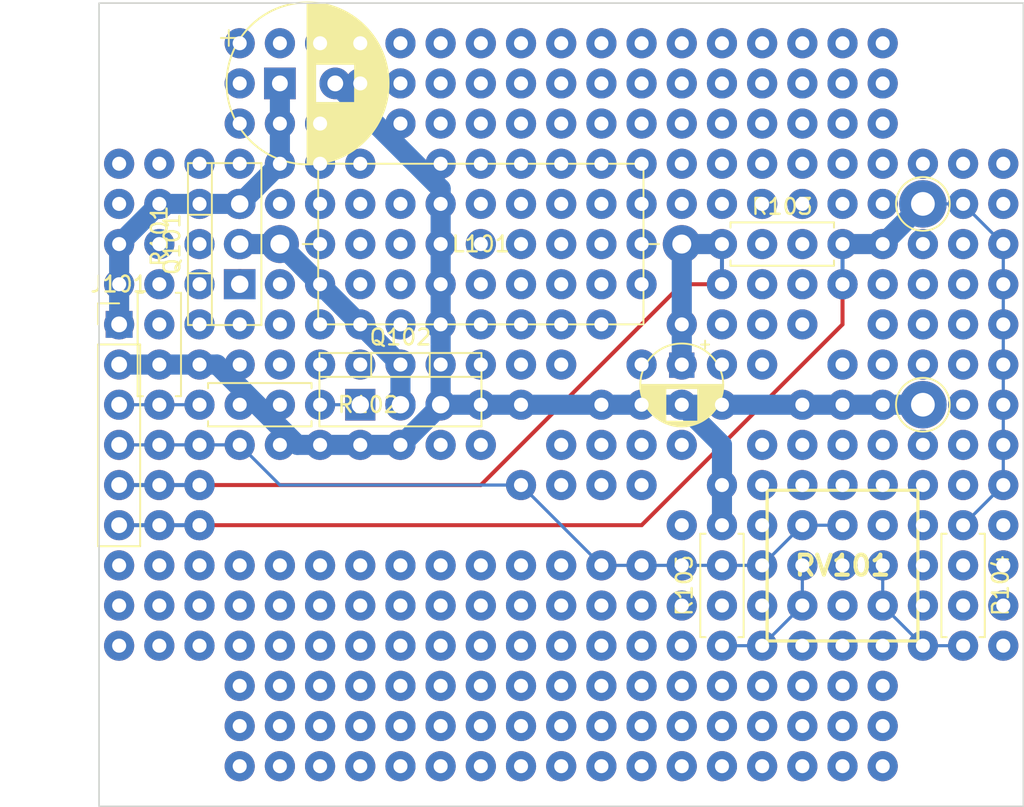
<source format=kicad_pcb>
(kicad_pcb (version 20240108) (generator "pcbnew") (generator_version "8.0")
  (layers (0 "F.Cu" signal) (31 "B.Cu" signal) (34 "B.Paste" user) (35 "F.Paste" user) (36 "B.SilkS" user "B.Silkscreen") (37 "F.SilkS" user "F.Silkscreen") (38 "B.Mask" user) (39 "F.Mask" user) (44 "Edge.Cuts" user))
  (net 0 "")
  (net 1 "V_Supply")
  (net 2 "/Vs+")
  (net 3 "PGND")
  (net 4 "/Vs-")
  (net 5 "/Vfdbk")
  (net 6 "/GateDrive")
  (net 7 "Net-(Q101-D)")
  (net 8 "Net-(Q101-G)")
  (net 9 "Net-(Q102-G)")
  (net 10 "Net-(R104-Pad2)")
  (net 11 "Net-(R105-Pad1)")
  (footprint "Resistor_THT:R_Axial_DIN0207_L6.3mm_D2.5mm_P7.62mm_Horizontal" (layer "F.Cu") (at 132.08 101.6)
    (property "Reference" "R103" (at 3.81 -2.37 0) (layer "F.SilkS"))
    (property "Value" "0.12R")
    (pad "1" thru_hole circle (at 0 0) (size 1.6 1.6) (drill 0.8) (layers "*.Cu" "*.Mask") (net 2 "/Vs+"))
    (pad "2" thru_hole oval (at 7.62 0) (size 1.6 1.6) (drill 0.8) (layers "*.Cu" "*.Mask") (net 4 "/Vs-"))
  )
  (footprint "TestPoint:TestPoint_Loop_D2.54mm_Drill1.5mm_Beaded" (layer "F.Cu") (at 144.78 111.76)
    (property "Reference" "J102" (hide yes))
    (property "Value" "Output_Terminal" (hide yes))
    (pad "1" thru_hole circle (at 0 0) (size 3 3) (drill 1.5) (layers "*.Cu" "*.Mask") (net 3 "PGND"))
  )
  (footprint "Resistor_THT:R_Axial_DIN0207_L6.3mm_D2.5mm_P7.62mm_Horizontal" (layer "F.Cu") (at 96.52 104.14 -90)
    (property "Reference" "R101" (at -3.048 0 90) (layer "F.SilkS"))
    (property "Value" "100R")
    (pad "1" thru_hole circle (at 0 0 270) (size 1.6 1.6) (drill 0.8) (layers "*.Cu" "*.Mask") (net 8 "Net-(Q101-G)"))
    (pad "2" thru_hole oval (at 7.62 0 270) (size 1.6 1.6) (drill 0.8) (layers "*.Cu" "*.Mask") (net 6 "/GateDrive"))
  )
  (footprint "Resistor_THT:R_Axial_DIN0207_L6.3mm_D2.5mm_P7.62mm_Horizontal" (layer "F.Cu") (at 132.08 127 90)
    (property "Reference" "R105" (at 3.81 -2.37 -90) (layer "F.SilkS"))
    (property "Value" "27K")
    (pad "1" thru_hole circle (at 0 0 90) (size 1.6 1.6) (drill 0.8) (layers "*.Cu" "*.Mask") (net 11 "Net-(R105-Pad1)"))
    (pad "2" thru_hole oval (at 7.62 0 90) (size 1.6 1.6) (drill 0.8) (layers "*.Cu" "*.Mask") (net 3 "PGND"))
  )
  (footprint "Package_TO_SOT_THT:TO-220-3_Vertical" (layer "F.Cu") (at 109.22 111.76)
    (property "Reference" "Q102" (at 2.54 -4.27 0) (layer "F.SilkS"))
    (property "Value" "IRF530")
    (pad "1" thru_hole rect (at 0 0) (size 1.905 2) (drill 1.1) (layers "*.Cu" "*.Mask") (net 9 "Net-(Q102-G)"))
    (pad "2" thru_hole oval (at 2.54 0) (size 1.905 2) (drill 1.1) (layers "*.Cu" "*.Mask") (net 7 "Net-(Q101-D)"))
    (pad "3" thru_hole oval (at 5.08 0) (size 1.905 2) (drill 1.1) (layers "*.Cu" "*.Mask") (net 3 "PGND"))
  )
  (footprint "" (layer "F.Cu") (at 147.32 132.08 90)
    (property "Reference" "" (at 0 0 90) (layer "F.SilkS") (effects (font (size 1.27 1.27))))
    (property "Value" "")
    (pad "" np_thru_hole circle (at 0 0 90) (size 3.2 3.2) (drill 3.2) (layers "F&B.Cu" "*.Mask"))
  )
  (footprint "" (layer "F.Cu") (at 96.52 91.44 90)
    (property "Reference" "" (at 0 0 90) (layer "F.SilkS") (effects (font (size 1.27 1.27))))
    (property "Value" "")
    (pad "" np_thru_hole circle (at 0 0 90) (size 3.2 3.2) (drill 3.2) (layers "F&B.Cu" "*.Mask"))
  )
  (footprint "Capacitor_THT:CP_Radial_D5.0mm_P2.50mm" (layer "F.Cu") (at 129.54 109.26 -90)
    (property "Reference" "C102" (hide yes))
    (property "Value" "10uF")
    (pad "1" thru_hole rect (at 0 0 270) (size 1.6 1.6) (drill 0.8) (layers "*.Cu" "*.Mask") (net 2 "/Vs+"))
    (pad "2" thru_hole circle (at 2.5 0 270) (size 1.6 1.6) (drill 0.8) (layers "*.Cu" "*.Mask") (net 3 "PGND"))
  )
  (footprint "Inductor_THT:L_Axial_L20.3mm_D12.7mm_P25.40mm_Horizontal_Vishay_IHA-201" (layer "F.Cu") (at 104.14 101.6)
    (property "Reference" "L101" (at 12.7 0 0) (layer "F.SilkS"))
    (property "Value" "820uH")
    (pad "1" thru_hole circle (at 0 0) (size 2.4 2.4) (drill 1.2) (layers "*.Cu" "*.Mask") (net 7 "Net-(Q101-D)"))
    (pad "2" thru_hole oval (at 25.4 0) (size 2.4 2.4) (drill 1.2) (layers "*.Cu" "*.Mask") (net 2 "/Vs+"))
  )
  (footprint "SamacSys_Parts:3386P1503" (layer "F.Cu") (at 142.24 121.92)
    (property "Reference" "RV101" (at -2.54 0.015 0) (layer "F.SilkS") (effects (font (size 1.27 1.27) (thickness 0.254))))
    (property "Value" "50K" (hide yes))
    (pad "1" thru_hole rect (at 0 0) (size 1.217 1.217) (drill 0.71) (layers "*.Cu" "*.Mask") (net 10 "Net-(R104-Pad2)"))
    (pad "2" thru_hole circle (at -2.54 -2.54) (size 1.217 1.217) (drill 0.71) (layers "*.Cu" "*.Mask") (net 5 "/Vfdbk"))
    (pad "3" thru_hole circle (at -5.08 0) (size 1.217 1.217) (drill 0.71) (layers "*.Cu" "*.Mask") (net 11 "Net-(R105-Pad1)"))
  )
  (footprint "" (layer "F.Cu") (at 147.32 91.44 90)
    (property "Reference" "" (at 0 0 90) (layer "F.SilkS") (effects (font (size 1.27 1.27))))
    (property "Value" "")
    (pad "" np_thru_hole circle (at 0 0 90) (size 3.2 3.2) (drill 3.2) (layers "F&B.Cu" "*.Mask"))
  )
  (footprint "Package_TO_SOT_THT:TO-220-3_Vertical" (layer "F.Cu") (at 101.6 104.14 90)
    (property "Reference" "Q101" (at 2.54 -4.27 -90) (layer "F.SilkS"))
    (property "Value" "IRF9Z24")
    (pad "1" thru_hole rect (at 0 0 90) (size 1.905 2) (drill 1.1) (layers "*.Cu" "*.Mask") (net 8 "Net-(Q101-G)"))
    (pad "2" thru_hole oval (at 2.54 0 90) (size 1.905 2) (drill 1.1) (layers "*.Cu" "*.Mask") (net 7 "Net-(Q101-D)"))
    (pad "3" thru_hole oval (at 5.08 0 90) (size 1.905 2) (drill 1.1) (layers "*.Cu" "*.Mask") (net 1 "V_Supply"))
  )
  (footprint "Connector_PinHeader_2.54mm:PinHeader_1x06_P2.54mm_Vertical" (layer "F.Cu") (at 93.98 106.68)
    (property "Reference" "J101" (at 0 -2.54 0) (layer "F.SilkS"))
    (property "Value" "Conn_01x06_Socket")
    (pad "1" thru_hole rect (at 0 0) (size 1.7 1.7) (drill 1) (layers "*.Cu" "*.Mask") (net 1 "V_Supply"))
    (pad "2" thru_hole oval (at 0 2.54) (size 1.7 1.7) (drill 1) (layers "*.Cu" "*.Mask") (net 3 "PGND"))
    (pad "3" thru_hole oval (at 0 5.08) (size 1.7 1.7) (drill 1) (layers "*.Cu" "*.Mask") (net 6 "/GateDrive"))
    (pad "4" thru_hole oval (at 0 7.62) (size 1.7 1.7) (drill 1) (layers "*.Cu" "*.Mask") (net 5 "/Vfdbk"))
    (pad "5" thru_hole oval (at 0 10.16) (size 1.7 1.7) (drill 1) (layers "*.Cu" "*.Mask") (net 2 "/Vs+"))
    (pad "6" thru_hole oval (at 0 12.7) (size 1.7 1.7) (drill 1) (layers "*.Cu" "*.Mask") (net 4 "/Vs-"))
  )
  (footprint "Resistor_THT:R_Axial_DIN0207_L6.3mm_D2.5mm_P7.62mm_Horizontal" (layer "F.Cu") (at 147.32 119.38 -90)
    (property "Reference" "R104" (at 3.81 -2.37 90) (layer "F.SilkS"))
    (property "Value" "1K")
    (pad "1" thru_hole circle (at 0 0 270) (size 1.6 1.6) (drill 0.8) (layers "*.Cu" "*.Mask") (net 4 "/Vs-"))
    (pad "2" thru_hole oval (at 7.62 0 270) (size 1.6 1.6) (drill 0.8) (layers "*.Cu" "*.Mask") (net 10 "Net-(R104-Pad2)"))
  )
  (footprint "Capacitor_THT:CP_Radial_D10.0mm_P3.50mm" (layer "F.Cu") (at 104.14 91.44)
    (property "Reference" "C101" (hide yes))
    (property "Value" "100uF")
    (pad "1" thru_hole rect (at 0 0) (size 2 2) (drill 1) (layers "*.Cu" "*.Mask") (net 1 "V_Supply"))
    (pad "2" thru_hole circle (at 3.5 0) (size 2 2) (drill 1) (layers "*.Cu" "*.Mask") (net 3 "PGND"))
  )
  (footprint "" (layer "F.Cu") (at 96.52 132.08 90)
    (property "Reference" "" (at 0 0 90) (layer "F.SilkS") (effects (font (size 1.27 1.27))))
    (property "Value" "")
    (pad "" np_thru_hole circle (at 0 0 90) (size 3.2 3.2) (drill 3.2) (layers "F&B.Cu" "*.Mask"))
  )
  (footprint "TestPoint:TestPoint_Loop_D2.54mm_Drill1.5mm_Beaded" (layer "F.Cu") (at 144.78 99.06)
    (property "Reference" "J103" (hide yes))
    (property "Value" "Output_Terminal" (hide yes))
    (pad "1" thru_hole circle (at 0 0) (size 3 3) (drill 1.5) (layers "*.Cu" "*.Mask") (net 4 "/Vs-"))
  )
  (footprint "Resistor_THT:R_Axial_DIN0207_L6.3mm_D2.5mm_P7.62mm_Horizontal" (layer "F.Cu") (at 99.06 111.76)
    (property "Reference" "R102" (at 10.668 0 0) (layer "F.SilkS"))
    (property "Value" "100R")
    (pad "1" thru_hole circle (at 0 0) (size 1.6 1.6) (drill 0.8) (layers "*.Cu" "*.Mask") (net 6 "/GateDrive"))
    (pad "2" thru_hole oval (at 7.62 0) (size 1.6 1.6) (drill 0.8) (layers "*.Cu" "*.Mask") (net 9 "Net-(Q102-G)"))
  )
  (gr_rect (start 92.71 86.36) (end 151.13 137.16) (stroke (width 0.1)) (fill none) (layer "Edge.Cuts"))
  (via (at 127 91.44) (size 1.905) (drill 0.889) (layers "F.Cu" "B.Cu") (net 0))
  (via (at 119.38 93.98) (size 1.905) (drill 0.889) (layers "F.Cu" "B.Cu") (net 0))
  (via (at 124.46 104.14) (size 1.905) (drill 0.889) (layers "F.Cu" "B.Cu") (net 0))
  (via (at 139.7 114.3) (size 1.905) (drill 0.889) (layers "F.Cu" "B.Cu") (net 0))
  (via (at 142.24 106.68) (size 1.905) (drill 0.889) (layers "F.Cu" "B.Cu") (net 0))
  (via (at 116.84 124.46) (size 1.905) (drill 0.889) (layers "F.Cu" "B.Cu") (net 0))
  (via (at 124.46 134.62) (size 1.905) (drill 0.889) (layers "F.Cu" "B.Cu") (net 0))
  (via (at 142.24 88.9) (size 1.905) (drill 0.889) (layers "F.Cu" "B.Cu") (net 0))
  (via (at 121.92 99.06) (size 1.905) (drill 0.889) (layers "F.Cu" "B.Cu") (net 0))
  (via (at 127 134.62) (size 1.905) (drill 0.889) (layers "F.Cu" "B.Cu") (net 0))
  (via (at 139.7 129.54) (size 1.905) (drill 0.889) (layers "F.Cu" "B.Cu") (net 0))
  (via (at 147.32 106.68) (size 1.905) (drill 0.889) (layers "F.Cu" "B.Cu") (net 0))
  (via (at 96.52 106.68) (size 1.905) (drill 0.889) (layers "F.Cu" "B.Cu") (net 0))
  (via (at 127 93.98) (size 1.905) (drill 0.889) (layers "F.Cu" "B.Cu") (net 0))
  (via (at 119.38 109.22) (size 1.905) (drill 0.889) (layers "F.Cu" "B.Cu") (net 0))
  (via (at 106.68 132.08) (size 1.905) (drill 0.889) (layers "F.Cu" "B.Cu") (net 0))
  (via (at 124.46 93.98) (size 1.905) (drill 0.889) (layers "F.Cu" "B.Cu") (net 0))
  (via (at 137.16 129.54) (size 1.905) (drill 0.889) (layers "F.Cu" "B.Cu") (net 0))
  (via (at 139.7 91.44) (size 1.905) (drill 0.889) (layers "F.Cu" "B.Cu") (net 0))
  (via (at 119.38 106.68) (size 1.905) (drill 0.889) (layers "F.Cu" "B.Cu") (net 0))
  (via (at 119.38 127) (size 1.905) (drill 0.889) (layers "F.Cu" "B.Cu") (net 0))
  (via (at 139.7 116.84) (size 1.905) (drill 0.889) (layers "F.Cu" "B.Cu") (net 0))
  (via (at 129.54 127) (size 1.905) (drill 0.889) (layers "F.Cu" "B.Cu") (net 0))
  (via (at 137.16 101.6) (size 1.905) (drill 0.889) (layers "F.Cu" "B.Cu") (net 0))
  (via (at 124.46 124.46) (size 1.905) (drill 0.889) (layers "F.Cu" "B.Cu") (net 0))
  (via (at 116.84 121.92) (size 1.905) (drill 0.889) (layers "F.Cu" "B.Cu") (net 0))
  (via (at 116.84 96.52) (size 1.905) (drill 0.889) (layers "F.Cu" "B.Cu") (net 0))
  (via (at 129.54 134.62) (size 1.905) (drill 0.889) (layers "F.Cu" "B.Cu") (net 0))
  (via (at 111.76 121.92) (size 1.905) (drill 0.889) (layers "F.Cu" "B.Cu") (net 0))
  (via (at 139.7 134.62) (size 1.905) (drill 0.889) (layers "F.Cu" "B.Cu") (net 0))
  (via (at 114.3 114.3) (size 1.905) (drill 0.889) (layers "F.Cu" "B.Cu") (net 0))
  (via (at 127 124.46) (size 1.905) (drill 0.889) (layers "F.Cu" "B.Cu") (net 0))
  (via (at 93.98 127) (size 1.905) (drill 0.889) (layers "F.Cu" "B.Cu") (net 0))
  (via (at 144.78 101.6) (size 1.905) (drill 0.889) (layers "F.Cu" "B.Cu") (net 0))
  (via (at 149.86 99.06) (size 1.905) (drill 0.889) (layers "F.Cu" "B.Cu") (net 0))
  (via (at 149.86 124.46) (size 1.905) (drill 0.889) (layers "F.Cu" "B.Cu") (net 0))
  (via (at 104.14 109.22) (size 1.905) (drill 0.889) (layers "F.Cu" "B.Cu") (net 0))
  (via (at 142.24 116.84) (size 1.905) (drill 0.889) (layers "F.Cu" "B.Cu") (net 0))
  (via (at 142.24 129.54) (size 1.905) (drill 0.889) (layers "F.Cu" "B.Cu") (net 0))
  (via (at 129.54 88.9) (size 1.905) (drill 0.889) (layers "F.Cu" "B.Cu") (net 0))
  (via (at 139.7 132.08) (size 1.905) (drill 0.889) (layers "F.Cu" "B.Cu") (net 0))
  (via (at 101.6 106.68) (size 1.905) (drill 0.889) (layers "F.Cu" "B.Cu") (net 0))
  (via (at 127 109.22) (size 1.905) (drill 0.889) (layers "F.Cu" "B.Cu") (net 0))
  (via (at 144.78 106.68) (size 1.905) (drill 0.889) (layers "F.Cu" "B.Cu") (net 0))
  (via (at 134.62 124.46) (size 1.905) (drill 0.889) (layers "F.Cu" "B.Cu") (net 0))
  (via (at 101.6 124.46) (size 1.905) (drill 0.889) (layers "F.Cu" "B.Cu") (net 0))
  (via (at 139.7 93.98) (size 1.905) (drill 0.889) (layers "F.Cu" "B.Cu") (net 0))
  (via (at 104.14 129.54) (size 1.905) (drill 0.889) (layers "F.Cu" "B.Cu") (net 0))
  (via (at 119.38 129.54) (size 1.905) (drill 0.889) (layers "F.Cu" "B.Cu") (net 0))
  (via (at 147.32 109.22) (size 1.905) (drill 0.889) (layers "F.Cu" "B.Cu") (net 0))
  (via (at 104.14 106.68) (size 1.905) (drill 0.889) (layers "F.Cu" "B.Cu") (net 0))
  (via (at 101.6 88.9) (size 1.905) (drill 0.889) (layers "F.Cu" "B.Cu") (net 0))
  (via (at 137.16 104.14) (size 1.905) (drill 0.889) (layers "F.Cu" "B.Cu") (net 0))
  (via (at 101.6 129.54) (size 1.905) (drill 0.889) (layers "F.Cu" "B.Cu") (net 0))
  (via (at 137.16 99.06) (size 1.905) (drill 0.889) (layers "F.Cu" "B.Cu") (net 0))
  (via (at 111.76 132.08) (size 1.905) (drill 0.889) (layers "F.Cu" "B.Cu") (net 0))
  (via (at 99.06 127) (size 1.905) (drill 0.889) (layers "F.Cu" "B.Cu") (net 0))
  (via (at 139.7 99.06) (size 1.905) (drill 0.889) (layers "F.Cu" "B.Cu") (net 0))
  (via (at 132.08 109.22) (size 1.905) (drill 0.889) (layers "F.Cu" "B.Cu") (net 0))
  (via (at 116.84 101.6) (size 1.905) (drill 0.889) (layers "F.Cu" "B.Cu") (net 0))
  (via (at 134.62 129.54) (size 1.905) (drill 0.889) (layers "F.Cu" "B.Cu") (net 0))
  (via (at 144.78 104.14) (size 1.905) (drill 0.889) (layers "F.Cu" "B.Cu") (net 0))
  (via (at 137.16 116.84) (size 1.905) (drill 0.889) (layers "F.Cu" "B.Cu") (net 0))
  (via (at 124.46 127) (size 1.905) (drill 0.889) (layers "F.Cu" "B.Cu") (net 0))
  (via (at 144.78 121.92) (size 1.905) (drill 0.889) (layers "F.Cu" "B.Cu") (net 0))
  (via (at 127 114.3) (size 1.905) (drill 0.889) (layers "F.Cu" "B.Cu") (net 0))
  (via (at 121.92 93.98) (size 1.905) (drill 0.889) (layers "F.Cu" "B.Cu") (net 0))
  (via (at 132.08 96.52) (size 1.905) (drill 0.889) (layers "F.Cu" "B.Cu") (net 0))
  (via (at 109.22 101.6) (size 1.905) (drill 0.889) (layers "F.Cu" "B.Cu") (net 0))
  (via (at 114.3 88.9) (size 1.905) (drill 0.889) (layers "F.Cu" "B.Cu") (net 0))
  (via (at 121.92 121.92) (size 1.905) (drill 0.889) (layers "F.Cu" "B.Cu") (net 0))
  (via (at 121.92 106.68) (size 1.905) (drill 0.889) (layers "F.Cu" "B.Cu") (net 0))
  (via (at 106.68 134.62) (size 1.905) (drill 0.889) (layers "F.Cu" "B.Cu") (net 0))
  (via (at 101.6 93.98) (size 1.905) (drill 0.889) (layers "F.Cu" "B.Cu") (net 0))
  (via (at 114.3 129.54) (size 1.905) (drill 0.889) (layers "F.Cu" "B.Cu") (net 0))
  (via (at 106.68 101.6) (size 1.905) (drill 0.889) (layers "F.Cu" "B.Cu") (net 0))
  (via (at 121.92 101.6) (size 1.905) (drill 0.889) (layers "F.Cu" "B.Cu") (net 0))
  (via (at 99.06 106.68) (size 1.905) (drill 0.889) (layers "F.Cu" "B.Cu") (net 0))
  (via (at 121.92 129.54) (size 1.905) (drill 0.889) (layers "F.Cu" "B.Cu") (net 0))
  (via (at 129.54 132.08) (size 1.905) (drill 0.889) (layers "F.Cu" "B.Cu") (net 0))
  (via (at 109.22 88.9) (size 1.905) (drill 0.889) (layers "F.Cu" "B.Cu") (net 0))
  (via (at 111.76 106.68) (size 1.905) (drill 0.889) (layers "F.Cu" "B.Cu") (net 0))
  (via (at 124.46 101.6) (size 1.905) (drill 0.889) (layers "F.Cu" "B.Cu") (net 0))
  (via (at 106.68 124.46) (size 1.905) (drill 0.889) (layers "F.Cu" "B.Cu") (net 0))
  (via (at 119.38 124.46) (size 1.905) (drill 0.889) (layers "F.Cu" "B.Cu") (net 0))
  (via (at 104.14 124.46) (size 1.905) (drill 0.889) (layers "F.Cu" "B.Cu") (net 0))
  (via (at 127 99.06) (size 1.905) (drill 0.889) (layers "F.Cu" "B.Cu") (net 0))
  (via (at 124.46 106.68) (size 1.905) (drill 0.889) (layers "F.Cu" "B.Cu") (net 0))
  (via (at 114.3 134.62) (size 1.905) (drill 0.889) (layers "F.Cu" "B.Cu") (net 0))
  (via (at 134.62 93.98) (size 1.905) (drill 0.889) (layers "F.Cu" "B.Cu") (net 0))
  (via (at 142.24 104.14) (size 1.905) (drill 0.889) (layers "F.Cu" "B.Cu") (net 0))
  (via (at 147.32 116.84) (size 1.905) (drill 0.889) (layers "F.Cu" "B.Cu") (net 0))
  (via (at 116.84 104.14) (size 1.905) (drill 0.889) (layers "F.Cu" "B.Cu") (net 0))
  (via (at 116.84 93.98) (size 1.905) (drill 0.889) (layers "F.Cu" "B.Cu") (net 0))
  (via (at 129.54 91.44) (size 1.905) (drill 0.889) (layers "F.Cu" "B.Cu") (net 0))
  (via (at 114.3 93.98) (size 1.905) (drill 0.889) (layers "F.Cu" "B.Cu") (net 0))
  (via (at 121.92 132.08) (size 1.905) (drill 0.889) (layers "F.Cu" "B.Cu") (net 0))
  (via (at 137.16 91.44) (size 1.905) (drill 0.889) (layers "F.Cu" "B.Cu") (net 0))
  (via (at 127 129.54) (size 1.905) (drill 0.889) (layers "F.Cu" "B.Cu") (net 0))
  (via (at 106.68 96.52) (size 1.905) (drill 0.889) (layers "F.Cu" "B.Cu") (net 0))
  (via (at 127 127) (size 1.905) (drill 0.889) (layers "F.Cu" "B.Cu") (net 0))
  (via (at 147.32 111.76) (size 1.905) (drill 0.889) (layers "F.Cu" "B.Cu") (net 0))
  (via (at 114.3 127) (size 1.905) (drill 0.889) (layers "F.Cu" "B.Cu") (net 0))
  (via (at 111.76 99.06) (size 1.905) (drill 0.889) (layers "F.Cu" "B.Cu") (net 0))
  (via (at 132.08 93.98) (size 1.905) (drill 0.889) (layers "F.Cu" "B.Cu") (net 0))
  (via (at 104.14 104.14) (size 1.905) (drill 0.889) (layers "F.Cu" "B.Cu") (net 0))
  (via (at 144.78 116.84) (size 1.905) (drill 0.889) (layers "F.Cu" "B.Cu") (net 0))
  (via (at 114.3 124.46) (size 1.905) (drill 0.889) (layers "F.Cu" "B.Cu") (net 0))
  (via (at 111.76 134.62) (size 1.905) (drill 0.889) (layers "F.Cu" "B.Cu") (net 0))
  (via (at 104.14 121.92) (size 1.905) (drill 0.889) (layers "F.Cu" "B.Cu") (net 0))
  (via (at 147.32 104.14) (size 1.905) (drill 0.889) (layers "F.Cu" "B.Cu") (net 0))
  (via (at 142.24 134.62) (size 1.905) (drill 0.889) (layers "F.Cu" "B.Cu") (net 0))
  (via (at 93.98 121.92) (size 1.905) (drill 0.889) (layers "F.Cu" "B.Cu") (net 0))
  (via (at 134.62 99.06) (size 1.905) (drill 0.889) (layers "F.Cu" "B.Cu") (net 0))
  (via (at 109.22 132.08) (size 1.905) (drill 0.889) (layers "F.Cu" "B.Cu") (net 0))
  (via (at 104.14 99.06) (size 1.905) (drill 0.889) (layers "F.Cu" "B.Cu") (net 0))
  (via (at 121.92 134.62) (size 1.905) (drill 0.889) (layers "F.Cu" "B.Cu") (net 0))
  (via (at 121.92 127) (size 1.905) (drill 0.889) (layers "F.Cu" "B.Cu") (net 0))
  (via (at 111.76 127) (size 1.905) (drill 0.889) (layers "F.Cu" "B.Cu") (net 0))
  (via (at 109.22 129.54) (size 1.905) (drill 0.889) (layers "F.Cu" "B.Cu") (net 0))
  (via (at 96.52 121.92) (size 1.905) (drill 0.889) (layers "F.Cu" "B.Cu") (net 0))
  (via (at 99.06 101.6) (size 1.905) (drill 0.889) (layers "F.Cu" "B.Cu") (net 0))
  (via (at 127 101.6) (size 1.905) (drill 0.889) (layers "F.Cu" "B.Cu") (net 0))
  (via (at 129.54 96.52) (size 1.905) (drill 0.889) (layers "F.Cu" "B.Cu") (net 0))
  (via (at 111.76 124.46) (size 1.905) (drill 0.889) (layers "F.Cu" "B.Cu") (net 0))
  (via (at 101.6 134.62) (size 1.905) (drill 0.889) (layers "F.Cu" "B.Cu") (net 0))
  (via (at 142.24 99.06) (size 1.905) (drill 0.889) (layers "F.Cu" "B.Cu") (net 0))
  (via (at 144.78 124.46) (size 1.905) (drill 0.889) (layers "F.Cu" "B.Cu") (net 0))
  (via (at 139.7 96.52) (size 1.905) (drill 0.889) (layers "F.Cu" "B.Cu") (net 0))
  (via (at 129.54 99.06) (size 1.905) (drill 0.889) (layers "F.Cu" "B.Cu") (net 0))
  (via (at 137.16 93.98) (size 1.905) (drill 0.889) (layers "F.Cu" "B.Cu") (net 0))
  (via (at 142.24 127) (size 1.905) (drill 0.889) (layers "F.Cu" "B.Cu") (net 0))
  (via (at 104.14 134.62) (size 1.905) (drill 0.889) (layers "F.Cu" "B.Cu") (net 0))
  (via (at 129.54 129.54) (size 1.905) (drill 0.889) (layers "F.Cu" "B.Cu") (net 0))
  (via (at 134.62 119.38) (size 1.905) (drill 0.889) (layers "F.Cu" "B.Cu") (net 0))
  (via (at 111.76 91.44) (size 1.905) (drill 0.889) (layers "F.Cu" "B.Cu") (net 0))
  (via (at 116.84 106.68) (size 1.905) (drill 0.889) (layers "F.Cu" "B.Cu") (net 0))
  (via (at 147.32 124.46) (size 1.905) (drill 0.889) (layers "F.Cu" "B.Cu") (net 0))
  (via (at 116.84 129.54) (size 1.905) (drill 0.889) (layers "F.Cu" "B.Cu") (net 0))
  (via (at 139.7 124.46) (size 1.905) (drill 0.889) (layers "F.Cu" "B.Cu") (net 0))
  (via (at 114.3 121.92) (size 1.905) (drill 0.889) (layers "F.Cu" "B.Cu") (net 0))
  (via (at 139.7 109.22) (size 1.905) (drill 0.889) (layers "F.Cu" "B.Cu") (net 0))
  (via (at 149.86 96.52) (size 1.905) (drill 0.889) (layers "F.Cu" "B.Cu") (net 0))
  (via (at 101.6 96.52) (size 1.905) (drill 0.889) (layers "F.Cu" "B.Cu") (net 0))
  (via (at 124.46 116.84) (size 1.905) (drill 0.889) (layers "F.Cu" "B.Cu") (net 0))
  (via (at 132.08 88.9) (size 1.905) (drill 0.889) (layers "F.Cu" "B.Cu") (net 0))
  (via (at 119.38 121.92) (size 1.905) (drill 0.889) (layers "F.Cu" "B.Cu") (net 0))
  (via (at 106.68 106.68) (size 1.905) (drill 0.889) (layers "F.Cu" "B.Cu") (net 0))
  (via (at 134.62 132.08) (size 1.905) (drill 0.889) (layers "F.Cu" "B.Cu") (net 0))
  (via (at 132.08 91.44) (size 1.905) (drill 0.889) (layers "F.Cu" "B.Cu") (net 0))
  (via (at 144.78 96.52) (size 1.905) (drill 0.889) (layers "F.Cu" "B.Cu") (net 0))
  (via (at 109.22 124.46) (size 1.905) (drill 0.889) (layers "F.Cu" "B.Cu") (net 0))
  (via (at 116.84 109.22) (size 1.905) (drill 0.889) (layers "F.Cu" "B.Cu") (net 0))
  (via (at 137.16 114.3) (size 1.905) (drill 0.889) (layers "F.Cu" "B.Cu") (net 0))
  (via (at 99.06 124.46) (size 1.905) (drill 0.889) (layers "F.Cu" "B.Cu") (net 0))
  (via (at 116.84 88.9) (size 1.905) (drill 0.889) (layers "F.Cu" "B.Cu") (net 0))
  (via (at 121.92 96.52) (size 1.905) (drill 0.889) (layers "F.Cu" "B.Cu") (net 0))
  (via (at 142.24 93.98) (size 1.905) (drill 0.889) (layers "F.Cu" "B.Cu") (net 0))
  (via (at 114.3 132.08) (size 1.905) (drill 0.889) (layers "F.Cu" "B.Cu") (net 0))
  (via (at 132.08 99.06) (size 1.905) (drill 0.889) (layers "F.Cu" "B.Cu") (net 0))
  (via (at 119.38 96.52) (size 1.905) (drill 0.889) (layers "F.Cu" "B.Cu") (net 0))
  (via (at 137.16 127) (size 1.905) (drill 0.889) (layers "F.Cu" "B.Cu") (net 0))
  (via (at 93.98 124.46) (size 1.905) (drill 0.889) (layers "F.Cu" "B.Cu") (net 0))
  (via (at 104.14 127) (size 1.905) (drill 0.889) (layers "F.Cu" "B.Cu") (net 0))
  (via (at 116.84 99.06) (size 1.905) (drill 0.889) (layers "F.Cu" "B.Cu") (net 0))
  (via (at 114.3 91.44) (size 1.905) (drill 0.889) (layers "F.Cu" "B.Cu") (net 0))
  (via (at 109.22 104.14) (size 1.905) (drill 0.889) (layers "F.Cu" "B.Cu") (net 0))
  (via (at 144.78 119.38) (size 1.905) (drill 0.889) (layers "F.Cu" "B.Cu") (net 0))
  (via (at 132.08 134.62) (size 1.905) (drill 0.889) (layers "F.Cu" "B.Cu") (net 0))
  (via (at 124.46 91.44) (size 1.905) (drill 0.889) (layers "F.Cu" "B.Cu") (net 0))
  (via (at 134.62 116.84) (size 1.905) (drill 0.889) (layers "F.Cu" "B.Cu") (net 0))
  (via (at 93.98 96.52) (size 1.905) (drill 0.889) (layers "F.Cu" "B.Cu") (net 0))
  (via (at 93.98 99.06) (size 1.905) (drill 0.889) (layers "F.Cu" "B.Cu") (net 0))
  (via (at 149.86 121.92) (size 1.905) (drill 0.889) (layers "F.Cu" "B.Cu") (net 0))
  (via (at 121.92 91.44) (size 1.905) (drill 0.889) (layers "F.Cu" "B.Cu") (net 0))
  (via (at 137.16 88.9) (size 1.905) (drill 0.889) (layers "F.Cu" "B.Cu") (net 0))
  (via (at 144.78 109.22) (size 1.905) (drill 0.889) (layers "F.Cu" "B.Cu") (net 0))
  (via (at 134.62 134.62) (size 1.905) (drill 0.889) (layers "F.Cu" "B.Cu") (net 0))
  (via (at 96.52 101.6) (size 1.905) (drill 0.889) (layers "F.Cu" "B.Cu") (net 0))
  (via (at 99.06 121.92) (size 1.905) (drill 0.889) (layers "F.Cu" "B.Cu") (net 0))
  (via (at 149.86 119.38) (size 1.905) (drill 0.889) (layers "F.Cu" "B.Cu") (net 0))
  (via (at 139.7 88.9) (size 1.905) (drill 0.889) (layers "F.Cu" "B.Cu") (net 0))
  (via (at 116.84 127) (size 1.905) (drill 0.889) (layers "F.Cu" "B.Cu") (net 0))
  (via (at 134.62 114.3) (size 1.905) (drill 0.889) (layers "F.Cu" "B.Cu") (net 0))
  (via (at 127 88.9) (size 1.905) (drill 0.889) (layers "F.Cu" "B.Cu") (net 0))
  (via (at 137.16 106.68) (size 1.905) (drill 0.889) (layers "F.Cu" "B.Cu") (net 0))
  (via (at 116.84 132.08) (size 1.905) (drill 0.889) (layers "F.Cu" "B.Cu") (net 0))
  (via (at 109.22 127) (size 1.905) (drill 0.889) (layers "F.Cu" "B.Cu") (net 0))
  (via (at 101.6 132.08) (size 1.905) (drill 0.889) (layers "F.Cu" "B.Cu") (net 0))
  (via (at 111.76 101.6) (size 1.905) (drill 0.889) (layers "F.Cu" "B.Cu") (net 0))
  (via (at 142.24 119.38) (size 1.905) (drill 0.889) (layers "F.Cu" "B.Cu") (net 0))
  (via (at 137.16 134.62) (size 1.905) (drill 0.889) (layers "F.Cu" "B.Cu") (net 0))
  (via (at 139.7 121.92) (size 1.905) (drill 0.889) (layers "F.Cu" "B.Cu") (net 0))
  (via (at 116.84 114.3) (size 1.905) (drill 0.889) (layers "F.Cu" "B.Cu") (net 0))
  (via (at 99.06 96.52) (size 1.905) (drill 0.889) (layers "F.Cu" "B.Cu") (net 0))
  (via (at 106.68 121.92) (size 1.905) (drill 0.889) (layers "F.Cu" "B.Cu") (net 0))
  (via (at 111.76 88.9) (size 1.905) (drill 0.889) (layers "F.Cu" "B.Cu") (net 0))
  (via (at 121.92 124.46) (size 1.905) (drill 0.889) (layers "F.Cu" "B.Cu") (net 0))
  (via (at 119.38 104.14) (size 1.905) (drill 0.889) (layers "F.Cu" "B.Cu") (net 0))
  (via (at 111.76 129.54) (size 1.905) (drill 0.889) (layers "F.Cu" "B.Cu") (net 0))
  (via (at 129.54 93.98) (size 1.905) (drill 0.889) (layers "F.Cu" "B.Cu") (net 0))
  (via (at 124.46 129.54) (size 1.905) (drill 0.889) (layers "F.Cu" "B.Cu") (net 0))
  (via (at 134.62 88.9) (size 1.905) (drill 0.889) (layers "F.Cu" "B.Cu") (net 0))
  (via (at 106.68 99.06) (size 1.905) (drill 0.889) (layers "F.Cu" "B.Cu") (net 0))
  (via (at 124.46 88.9) (size 1.905) (drill 0.889) (layers "F.Cu" "B.Cu") (net 0))
  (via (at 119.38 101.6) (size 1.905) (drill 0.889) (layers "F.Cu" "B.Cu") (net 0))
  (via (at 106.68 127) (size 1.905) (drill 0.889) (layers "F.Cu" "B.Cu") (net 0))
  (via (at 121.92 109.22) (size 1.905) (drill 0.889) (layers "F.Cu" "B.Cu") (net 0))
  (via (at 134.62 104.14) (size 1.905) (drill 0.889) (layers "F.Cu" "B.Cu") (net 0))
  (via (at 144.78 114.3) (size 1.905) (drill 0.889) (layers "F.Cu" "B.Cu") (net 0))
  (via (at 106.68 129.54) (size 1.905) (drill 0.889) (layers "F.Cu" "B.Cu") (net 0))
  (via (at 129.54 124.46) (size 1.905) (drill 0.889) (layers "F.Cu" "B.Cu") (net 0))
  (via (at 142.24 96.52) (size 1.905) (drill 0.889) (layers "F.Cu" "B.Cu") (net 0))
  (via (at 142.24 114.3) (size 1.905) (drill 0.889) (layers "F.Cu" "B.Cu") (net 0))
  (via (at 109.22 99.06) (size 1.905) (drill 0.889) (layers "F.Cu" "B.Cu") (net 0))
  (via (at 109.22 109.22) (size 1.905) (drill 0.889) (layers "F.Cu" "B.Cu") (net 0))
  (via (at 116.84 91.44) (size 1.905) (drill 0.889) (layers "F.Cu" "B.Cu") (net 0))
  (via (at 149.86 127) (size 1.905) (drill 0.889) (layers "F.Cu" "B.Cu") (net 0))
  (via (at 119.38 99.06) (size 1.905) (drill 0.889) (layers "F.Cu" "B.Cu") (net 0))
  (via (at 137.16 132.08) (size 1.905) (drill 0.889) (layers "F.Cu" "B.Cu") (net 0))
  (via (at 129.54 119.38) (size 1.905) (drill 0.889) (layers "F.Cu" "B.Cu") (net 0))
  (via (at 134.62 91.44) (size 1.905) (drill 0.889) (layers "F.Cu" "B.Cu") (net 0))
  (via (at 111.76 104.14) (size 1.905) (drill 0.889) (layers "F.Cu" "B.Cu") (net 0))
  (via (at 129.54 114.3) (size 1.905) (drill 0.889) (layers "F.Cu" "B.Cu") (net 0))
  (via (at 116.84 134.62) (size 1.905) (drill 0.889) (layers "F.Cu" "B.Cu") (net 0))
  (via (at 142.24 91.44) (size 1.905) (drill 0.889) (layers "F.Cu" "B.Cu") (net 0))
  (via (at 132.08 124.46) (size 1.905) (drill 0.889) (layers "F.Cu" "B.Cu") (net 0))
  (via (at 106.68 93.98) (size 1.905) (drill 0.889) (layers "F.Cu" "B.Cu") (net 0))
  (via (at 106.68 88.9) (size 1.905) (drill 0.889) (layers "F.Cu" "B.Cu") (net 0))
  (via (at 147.32 121.92) (size 1.905) (drill 0.889) (layers "F.Cu" "B.Cu") (net 0))
  (via (at 104.14 132.08) (size 1.905) (drill 0.889) (layers "F.Cu" "B.Cu") (net 0))
  (via (at 147.32 114.3) (size 1.905) (drill 0.889) (layers "F.Cu" "B.Cu") (net 0))
  (via (at 127 96.52) (size 1.905) (drill 0.889) (layers "F.Cu" "B.Cu") (net 0))
  (via (at 119.38 134.62) (size 1.905) (drill 0.889) (layers "F.Cu" "B.Cu") (net 0))
  (via (at 121.92 116.84) (size 1.905) (drill 0.889) (layers "F.Cu" "B.Cu") (net 0))
  (via (at 137.16 96.52) (size 1.905) (drill 0.889) (layers "F.Cu" "B.Cu") (net 0))
  (via (at 101.6 127) (size 1.905) (drill 0.889) (layers "F.Cu" "B.Cu") (net 0))
  (via (at 121.92 104.14) (size 1.905) (drill 0.889) (layers "F.Cu" "B.Cu") (net 0))
  (via (at 147.32 96.52) (size 1.905) (drill 0.889) (layers "F.Cu" "B.Cu") (net 0))
  (via (at 109.22 121.92) (size 1.905) (drill 0.889) (layers "F.Cu" "B.Cu") (net 0))
  (via (at 119.38 88.9) (size 1.905) (drill 0.889) (layers "F.Cu" "B.Cu") (net 0))
  (via (at 104.14 88.9) (size 1.905) (drill 0.889) (layers "F.Cu" "B.Cu") (net 0))
  (via (at 124.46 132.08) (size 1.905) (drill 0.889) (layers "F.Cu" "B.Cu") (net 0))
  (via (at 109.22 96.52) (size 1.905) (drill 0.889) (layers "F.Cu" "B.Cu") (net 0))
  (via (at 124.46 99.06) (size 1.905) (drill 0.889) (layers "F.Cu" "B.Cu") (net 0))
  (via (at 124.46 96.52) (size 1.905) (drill 0.889) (layers "F.Cu" "B.Cu") (net 0))
  (via (at 132.08 132.08) (size 1.905) (drill 0.889) (layers "F.Cu" "B.Cu") (net 0))
  (via (at 127 104.14) (size 1.905) (drill 0.889) (layers "F.Cu" "B.Cu") (net 0))
  (via (at 124.46 114.3) (size 1.905) (drill 0.889) (layers "F.Cu" "B.Cu") (net 0))
  (via (at 142.24 109.22) (size 1.905) (drill 0.889) (layers "F.Cu" "B.Cu") (net 0))
  (via (at 127 116.84) (size 1.905) (drill 0.889) (layers "F.Cu" "B.Cu") (net 0))
  (via (at 139.7 127) (size 1.905) (drill 0.889) (layers "F.Cu" "B.Cu") (net 0))
  (via (at 121.92 114.3) (size 1.905) (drill 0.889) (layers "F.Cu" "B.Cu") (net 0))
  (via (at 101.6 91.44) (size 1.905) (drill 0.889) (layers "F.Cu" "B.Cu") (net 0))
  (via (at 99.06 104.14) (size 1.905) (drill 0.889) (layers "F.Cu" "B.Cu") (net 0))
  (via (at 109.22 134.62) (size 1.905) (drill 0.889) (layers "F.Cu" "B.Cu") (net 0))
  (via (at 96.52 96.52) (size 1.905) (drill 0.889) (layers "F.Cu" "B.Cu") (net 0))
  (via (at 96.52 124.46) (size 1.905) (drill 0.889) (layers "F.Cu" "B.Cu") (net 0))
  (via (at 134.62 96.52) (size 1.905) (drill 0.889) (layers "F.Cu" "B.Cu") (net 0))
  (via (at 142.24 132.08) (size 1.905) (drill 0.889) (layers "F.Cu" "B.Cu") (net 0))
  (via (at 134.62 109.22) (size 1.905) (drill 0.889) (layers "F.Cu" "B.Cu") (net 0))
  (via (at 106.68 109.22) (size 1.905) (drill 0.889) (layers "F.Cu" "B.Cu") (net 0))
  (via (at 132.08 129.54) (size 1.905) (drill 0.889) (layers "F.Cu" "B.Cu") (net 0))
  (via (at 101.6 121.92) (size 1.905) (drill 0.889) (layers "F.Cu" "B.Cu") (net 0))
  (via (at 119.38 132.08) (size 1.905) (drill 0.889) (layers "F.Cu" "B.Cu") (net 0))
  (via (at 121.92 88.9) (size 1.905) (drill 0.889) (layers "F.Cu" "B.Cu") (net 0))
  (via (at 127 132.08) (size 1.905) (drill 0.889) (layers "F.Cu" "B.Cu") (net 0))
  (via (at 134.62 101.6) (size 1.905) (drill 0.889) (layers "F.Cu" "B.Cu") (net 0))
  (via (at 134.62 106.68) (size 1.905) (drill 0.889) (layers "F.Cu" "B.Cu") (net 0))
  (via (at 147.32 101.6) (size 1.905) (drill 0.889) (layers "F.Cu" "B.Cu") (net 0))
  (via (at 132.08 106.68) (size 1.905) (drill 0.889) (layers "F.Cu" "B.Cu") (net 0))
  (via (at 96.52 127) (size 1.905) (drill 0.889) (layers "F.Cu" "B.Cu") (net 0))
  (via (at 119.38 91.44) (size 1.905) (drill 0.889) (layers "F.Cu" "B.Cu") (net 0))
  (via (at 93.98 101.6) (size 1.905) (drill 0.889) (layers "F.Cu" "B.Cu") (net 1))
  (via (at 101.6 99.06) (size 1.905) (drill 0.889) (layers "F.Cu" "B.Cu") (net 1))
  (via (at 93.98 104.14) (size 1.905) (drill 0.889) (layers "F.Cu" "B.Cu") (net 1))
  (via (at 93.98 106.68) (size 1.905) (drill 0.889) (layers "F.Cu" "B.Cu") (net 1))
  (via (at 96.52 99.06) (size 1.905) (drill 0.889) (layers "F.Cu" "B.Cu") (net 1))
  (via (at 104.14 91.44) (size 1.905) (drill 0.889) (layers "F.Cu" "B.Cu") (net 1))
  (via (at 104.14 96.52) (size 1.905) (drill 0.889) (layers "F.Cu" "B.Cu") (net 1))
  (via (at 99.06 99.06) (size 1.905) (drill 0.889) (layers "F.Cu" "B.Cu") (net 1))
  (via (at 104.14 93.98) (size 1.905) (drill 0.889) (layers "F.Cu" "B.Cu") (net 1))
  (segment (start 93.98 101.6) (end 96.52 99.06) (width 1.27) (layer "B.Cu") (net 1))
  (segment (start 101.6 99.06) (end 104.14 96.52) (width 1.27) (layer "B.Cu") (net 1))
  (segment (start 104.14 96.52) (end 104.14 91.44) (width 1.27) (layer "B.Cu") (net 1))
  (segment (start 96.52 99.06) (end 101.6 99.06) (width 1.27) (layer "B.Cu") (net 1))
  (segment (start 93.98 106.68) (end 93.98 101.6) (width 1.27) (layer "B.Cu") (net 1))
  (segment (start 116.84 116.84) (end 99.06 116.84) (width 0.254) (layer "F.Cu") (net 2))
  (segment (start 116.84 116.84) (end 129.54 104.14) (width 0.254) (layer "F.Cu") (net 2))
  (segment (start 129.54 104.14) (end 132.08 104.14) (width 0.254) (layer "F.Cu") (net 2))
  (via (at 129.54 109.22) (size 1.905) (drill 0.889) (layers "F.Cu" "B.Cu") (net 2))
  (via (at 132.08 104.14) (size 1.905) (drill 0.889) (layers "F.Cu" "B.Cu") (net 2))
  (via (at 129.54 101.6) (size 1.905) (drill 0.889) (layers "F.Cu" "B.Cu") (net 2))
  (via (at 132.08 104.14) (size 1.905) (drill 0.889) (layers "F.Cu" "B.Cu") (net 2))
  (via (at 99.06 116.84) (size 1.905) (drill 0.889) (layers "F.Cu" "B.Cu") (net 2))
  (via (at 99.06 116.84) (size 1.905) (drill 0.889) (layers "F.Cu" "B.Cu") (net 2))
  (via (at 129.54 106.68) (size 1.905) (drill 0.889) (layers "F.Cu" "B.Cu") (net 2))
  (via (at 96.52 116.84) (size 1.905) (drill 0.889) (layers "F.Cu" "B.Cu") (net 2))
  (via (at 132.08 101.6) (size 1.905) (drill 0.889) (layers "F.Cu" "B.Cu") (net 2))
  (via (at 93.98 116.84) (size 1.905) (drill 0.889) (layers "F.Cu" "B.Cu") (net 2))
  (segment (start 99.06 116.84) (end 93.98 116.84) (width 0.254) (layer "B.Cu") (net 2))
  (segment (start 129.54 109.26) (end 129.54 101.6) (width 1.27) (layer "B.Cu") (net 2))
  (segment (start 132.08 104.14) (end 132.08 101.6) (width 0.254) (layer "B.Cu") (net 2))
  (segment (start 129.54 101.6) (end 132.08 101.6) (width 1.27) (layer "B.Cu") (net 2))
  (via (at 142.24 111.76) (size 1.905) (drill 0.889) (layers "F.Cu" "B.Cu") (net 3))
  (via (at 104.14 114.3) (size 1.905) (drill 0.889) (layers "F.Cu" "B.Cu") (net 3))
  (via (at 119.38 111.76) (size 1.905) (drill 0.889) (layers "F.Cu" "B.Cu") (net 3))
  (via (at 114.3 106.68) (size 1.905) (drill 0.889) (layers "F.Cu" "B.Cu") (net 3))
  (via (at 114.3 99.06) (size 1.905) (drill 0.889) (layers "F.Cu" "B.Cu") (net 3))
  (via (at 124.46 111.76) (size 1.905) (drill 0.889) (layers "F.Cu" "B.Cu") (net 3))
  (via (at 114.3 104.14) (size 1.905) (drill 0.889) (layers "F.Cu" "B.Cu") (net 3))
  (via (at 109.22 91.44) (size 1.905) (drill 0.889) (layers "F.Cu" "B.Cu") (net 3))
  (via (at 116.84 111.76) (size 1.905) (drill 0.889) (layers "F.Cu" "B.Cu") (net 3))
  (via (at 96.52 109.22) (size 1.905) (drill 0.889) (layers "F.Cu" "B.Cu") (net 3))
  (via (at 93.98 109.22) (size 1.905) (drill 0.889) (layers "F.Cu" "B.Cu") (net 3))
  (via (at 129.54 111.76) (size 1.905) (drill 0.889) (layers "F.Cu" "B.Cu") (net 3))
  (via (at 114.3 111.76) (size 1.905) (drill 0.889) (layers "F.Cu" "B.Cu") (net 3))
  (via (at 99.06 109.22) (size 1.905) (drill 0.889) (layers "F.Cu" "B.Cu") (net 3))
  (via (at 114.3 101.6) (size 1.905) (drill 0.889) (layers "F.Cu" "B.Cu") (net 3))
  (via (at 114.3 109.22) (size 1.905) (drill 0.889) (layers "F.Cu" "B.Cu") (net 3))
  (via (at 139.7 111.76) (size 1.905) (drill 0.889) (layers "F.Cu" "B.Cu") (net 3))
  (via (at 127 111.76) (size 1.905) (drill 0.889) (layers "F.Cu" "B.Cu") (net 3))
  (via (at 101.6 109.22) (size 1.905) (drill 0.889) (layers "F.Cu" "B.Cu") (net 3))
  (via (at 111.76 114.3) (size 1.905) (drill 0.889) (layers "F.Cu" "B.Cu") (net 3))
  (via (at 144.78 111.76) (size 1.905) (drill 0.889) (layers "F.Cu" "B.Cu") (net 3))
  (via (at 132.08 119.38) (size 1.905) (drill 0.889) (layers "F.Cu" "B.Cu") (net 3))
  (via (at 114.3 96.52) (size 1.905) (drill 0.889) (layers "F.Cu" "B.Cu") (net 3))
  (via (at 106.68 114.3) (size 1.905) (drill 0.889) (layers "F.Cu" "B.Cu") (net 3))
  (via (at 137.16 111.76) (size 1.905) (drill 0.889) (layers "F.Cu" "B.Cu") (net 3))
  (via (at 109.22 114.3) (size 1.905) (drill 0.889) (layers "F.Cu" "B.Cu") (net 3))
  (via (at 101.6 111.76) (size 1.905) (drill 0.889) (layers "F.Cu" "B.Cu") (net 3))
  (via (at 111.76 93.98) (size 1.905) (drill 0.889) (layers "F.Cu" "B.Cu") (net 3))
  (via (at 132.08 116.84) (size 1.905) (drill 0.889) (layers "F.Cu" "B.Cu") (net 3))
  (via (at 104.14 111.76) (size 1.905) (drill 0.889) (layers "F.Cu" "B.Cu") (net 3))
  (via (at 132.08 111.76) (size 1.905) (drill 0.889) (layers "F.Cu" "B.Cu") (net 3))
  (segment (start 111.8075 114.3) (end 105.243473 114.3) (width 1.27) (layer "B.Cu") (net 3))
  (segment (start 114.3 111.76) (end 114.3 111.8075) (width 1.27) (layer "B.Cu") (net 3))
  (segment (start 132.08 114.3) (end 129.54 111.76) (width 1.27) (layer "B.Cu") (net 3))
  (segment (start 114.3 98.1) (end 107.64 91.44) (width 1.27) (layer "B.Cu") (net 3))
  (segment (start 129.54 111.76) (end 114.3 111.76) (width 1.27) (layer "B.Cu") (net 3))
  (segment (start 144.78 111.76) (end 129.54 111.76) (width 1.27) (layer "B.Cu") (net 3))
  (segment (start 100.163473 109.22) (end 93.98 109.22) (width 1.27) (layer "B.Cu") (net 3))
  (segment (start 105.243473 114.3) (end 100.163473 109.22) (width 1.27) (layer "B.Cu") (net 3))
  (segment (start 114.3 111.76) (end 114.3 98.1) (width 1.27) (layer "B.Cu") (net 3))
  (segment (start 114.3 111.8075) (end 111.8075 114.3) (width 1.27) (layer "B.Cu") (net 3))
  (segment (start 132.08 119.38) (end 132.08 114.3) (width 1.27) (layer "B.Cu") (net 3))
  (segment (start 127 119.38) (end 139.7 106.68) (width 0.254) (layer "F.Cu") (net 4))
  (segment (start 139.7 106.68) (end 139.7 104.14) (width 0.254) (layer "F.Cu") (net 4))
  (segment (start 99.06 119.38) (end 127 119.38) (width 0.254) (layer "F.Cu") (net 4))
  (via (at 139.7 104.14) (size 1.905) (drill 0.889) (layers "F.Cu" "B.Cu") (net 4))
  (via (at 99.06 119.38) (size 1.905) (drill 0.889) (layers "F.Cu" "B.Cu") (net 4))
  (via (at 149.86 106.68) (size 1.905) (drill 0.889) (layers "F.Cu" "B.Cu") (net 4))
  (via (at 149.86 101.6) (size 1.905) (drill 0.889) (layers "F.Cu" "B.Cu") (net 4))
  (via (at 144.78 99.06) (size 1.905) (drill 0.889) (layers "F.Cu" "B.Cu") (net 4))
  (via (at 149.86 111.76) (size 1.905) (drill 0.889) (layers "F.Cu" "B.Cu") (net 4))
  (via (at 139.7 104.14) (size 1.905) (drill 0.889) (layers "F.Cu" "B.Cu") (net 4))
  (via (at 149.86 114.3) (size 1.905) (drill 0.889) (layers "F.Cu" "B.Cu") (net 4))
  (via (at 93.98 119.38) (size 1.905) (drill 0.889) (layers "F.Cu" "B.Cu") (net 4))
  (via (at 139.7 101.6) (size 1.905) (drill 0.889) (layers "F.Cu" "B.Cu") (net 4))
  (via (at 149.86 116.84) (size 1.905) (drill 0.889) (layers "F.Cu" "B.Cu") (net 4))
  (via (at 142.24 101.6) (size 1.905) (drill 0.889) (layers "F.Cu" "B.Cu") (net 4))
  (via (at 147.32 119.38) (size 1.905) (drill 0.889) (layers "F.Cu" "B.Cu") (net 4))
  (via (at 99.06 119.38) (size 1.905) (drill 0.889) (layers "F.Cu" "B.Cu") (net 4))
  (via (at 96.52 119.38) (size 1.905) (drill 0.889) (layers "F.Cu" "B.Cu") (net 4))
  (via (at 149.86 109.22) (size 1.905) (drill 0.889) (layers "F.Cu" "B.Cu") (net 4))
  (via (at 147.32 99.06) (size 1.905) (drill 0.889) (layers "F.Cu" "B.Cu") (net 4))
  (via (at 149.86 104.14) (size 1.905) (drill 0.889) (layers "F.Cu" "B.Cu") (net 4))
  (segment (start 139.7 101.6) (end 142.24 101.6) (width 1.27) (layer "B.Cu") (net 4))
  (segment (start 149.86 116.84) (end 149.86 101.6) (width 0.2) (layer "B.Cu") (net 4))
  (segment (start 147.32 119.38) (end 149.86 116.84) (width 0.2) (layer "B.Cu") (net 4))
  (segment (start 149.86 101.6) (end 147.32 99.06) (width 0.2) (layer "B.Cu") (net 4))
  (segment (start 142.24 101.6) (end 144.78 99.06) (width 1.27) (layer "B.Cu") (net 4))
  (segment (start 93.98 119.38) (end 96.52 119.38) (width 0.254) (layer "B.Cu") (net 4))
  (segment (start 139.7 104.14) (end 139.7 101.6) (width 0.254) (layer "B.Cu") (net 4))
  (segment (start 147.32 99.06) (end 144.78 99.06) (width 0.2) (layer "B.Cu") (net 4))
  (segment (start 96.52 119.38) (end 99.06 119.38) (width 0.254) (layer "B.Cu") (net 4))
  (via (at 96.52 114.3) (size 1.905) (drill 0.889) (layers "F.Cu" "B.Cu") (net 5))
  (via (at 99.06 114.3) (size 1.905) (drill 0.889) (layers "F.Cu" "B.Cu") (net 5))
  (via (at 129.54 121.92) (size 1.905) (drill 0.889) (layers "F.Cu" "B.Cu") (net 5))
  (via (at 139.7 119.38) (size 1.905) (drill 0.889) (layers "F.Cu" "B.Cu") (net 5))
  (via (at 101.6 114.3) (size 1.905) (drill 0.889) (layers "F.Cu" "B.Cu") (net 5))
  (via (at 124.46 121.92) (size 1.905) (drill 0.889) (layers "F.Cu" "B.Cu") (net 5))
  (via (at 119.38 116.84) (size 1.905) (drill 0.889) (layers "F.Cu" "B.Cu") (net 5))
  (via (at 137.16 119.38) (size 1.905) (drill 0.889) (layers "F.Cu" "B.Cu") (net 5))
  (via (at 134.62 121.92) (size 1.905) (drill 0.889) (layers "F.Cu" "B.Cu") (net 5))
  (via (at 132.08 121.92) (size 1.905) (drill 0.889) (layers "F.Cu" "B.Cu") (net 5))
  (via (at 93.98 114.3) (size 1.905) (drill 0.889) (layers "F.Cu" "B.Cu") (net 5))
  (via (at 127 121.92) (size 1.905) (drill 0.889) (layers "F.Cu" "B.Cu") (net 5))
  (segment (start 124.46 121.92) (end 119.38 116.84) (width 0.2) (layer "B.Cu") (net 5))
  (segment (start 119.38 116.84) (end 104.14 116.84) (width 0.2) (layer "B.Cu") (net 5))
  (segment (start 139.7 119.38) (end 137.16 119.38) (width 0.2) (layer "B.Cu") (net 5))
  (segment (start 101.6 114.3) (end 93.98 114.3) (width 0.2) (layer "B.Cu") (net 5))
  (segment (start 137.16 119.38) (end 134.62 121.92) (width 0.2) (layer "B.Cu") (net 5))
  (segment (start 104.14 116.84) (end 101.6 114.3) (width 0.2) (layer "B.Cu") (net 5))
  (segment (start 134.62 121.92) (end 124.46 121.92) (width 0.2) (layer "B.Cu") (net 5))
  (via (at 96.52 111.76) (size 1.905) (drill 0.889) (layers "F.Cu" "B.Cu") (net 6))
  (via (at 93.98 111.76) (size 1.905) (drill 0.889) (layers "F.Cu" "B.Cu") (net 6))
  (via (at 99.06 111.76) (size 1.905) (drill 0.889) (layers "F.Cu" "B.Cu") (net 6))
  (segment (start 99.06 111.76) (end 96.52 111.76) (width 0.2) (layer "B.Cu") (net 6))
  (segment (start 93.98 111.76) (end 96.52 111.76) (width 0.2) (layer "B.Cu") (net 6))
  (via (at 104.14 101.6) (size 1.905) (drill 0.889) (layers "F.Cu" "B.Cu") (net 7))
  (via (at 111.76 111.76) (size 1.905) (drill 0.889) (layers "F.Cu" "B.Cu") (net 7))
  (via (at 101.6 101.6) (size 1.905) (drill 0.889) (layers "F.Cu" "B.Cu") (net 7))
  (via (at 111.76 109.22) (size 1.905) (drill 0.889) (layers "F.Cu" "B.Cu") (net 7))
  (via (at 109.22 106.68) (size 1.905) (drill 0.889) (layers "F.Cu" "B.Cu") (net 7))
  (via (at 106.68 104.14) (size 1.905) (drill 0.889) (layers "F.Cu" "B.Cu") (net 7))
  (segment (start 111.76 111.76) (end 111.76 109.22) (width 1.27) (layer "B.Cu") (net 7))
  (segment (start 101.6 101.6) (end 104.14 101.6) (width 1.27) (layer "B.Cu") (net 7))
  (segment (start 111.76 109.22) (end 104.14 101.6) (width 1.27) (layer "B.Cu") (net 7))
  (via (at 101.6 104.14) (size 1.905) (drill 0.889) (layers "F.Cu" "B.Cu") (net 8))
  (via (at 96.52 104.14) (size 1.905) (drill 0.889) (layers "F.Cu" "B.Cu") (net 8))
  (via (at 109.22 111.76) (size 1.905) (drill 0.889) (layers "F.Cu" "B.Cu") (net 9))
  (via (at 106.68 111.76) (size 1.905) (drill 0.889) (layers "F.Cu" "B.Cu") (net 9))
  (segment (start 106.68 111.76) (end 109.22 111.76) (width 0.2) (layer "B.Cu") (net 9))
  (via (at 142.24 121.92) (size 1.905) (drill 0.889) (layers "F.Cu" "B.Cu") (net 10))
  (via (at 144.78 127) (size 1.905) (drill 0.889) (layers "F.Cu" "B.Cu") (net 10))
  (via (at 142.24 124.46) (size 1.905) (drill 0.889) (layers "F.Cu" "B.Cu") (net 10))
  (via (at 147.32 127) (size 1.905) (drill 0.889) (layers "F.Cu" "B.Cu") (net 10))
  (segment (start 144.78 127) (end 147.32 127) (width 0.2) (layer "B.Cu") (net 10))
  (segment (start 142.24 121.92) (end 142.24 124.46) (width 0.2) (layer "B.Cu") (net 10))
  (segment (start 142.24 124.46) (end 144.78 127) (width 0.2) (layer "B.Cu") (net 10))
  (via (at 137.16 124.46) (size 1.905) (drill 0.889) (layers "F.Cu" "B.Cu") (net 11))
  (via (at 134.62 127) (size 1.905) (drill 0.889) (layers "F.Cu" "B.Cu") (net 11))
  (via (at 137.16 121.92) (size 1.905) (drill 0.889) (layers "F.Cu" "B.Cu") (net 11))
  (via (at 132.08 127) (size 1.905) (drill 0.889) (layers "F.Cu" "B.Cu") (net 11))
  (segment (start 132.08 127) (end 134.62 127) (width 0.2) (layer "B.Cu") (net 11))
  (segment (start 134.62 127) (end 137.16 124.46) (width 0.2) (layer "B.Cu") (net 11))
  (segment (start 137.16 124.46) (end 137.16 121.92) (width 0.2) (layer "B.Cu") (net 11))
)
</source>
